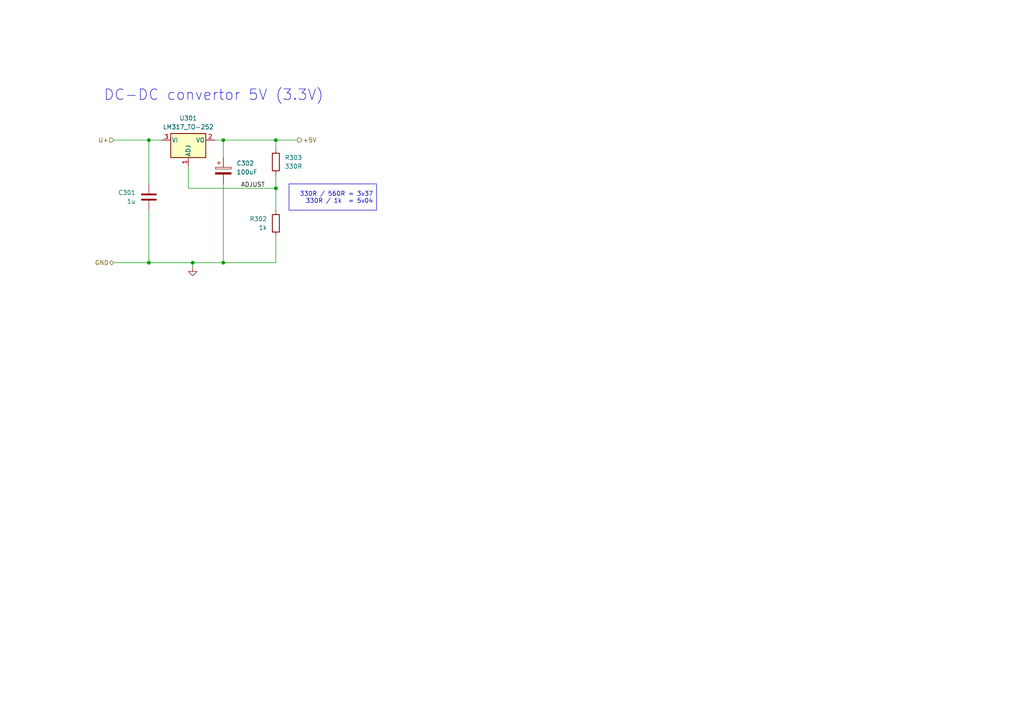
<source format=kicad_sch>
(kicad_sch (version 20231120) (generator "eeschema") (generator_version "8.0")
  (paper "A4")
  (title_block (title "xDuinoRail - LocDecoder - Development Kit") (date "2024-10-09") (rev "v0.2") (company "Chatelain Engineering, Bern - CH"))
  (lib_symbols
    (symbol "Device:C" (pin_numbers hide) (pin_names (offset 0.254))
      (property "Reference" "C" (at 0.635 2.54 0))
      (property "Value" "C" (at 0.635 -2.54 0))
      (symbol "C_0_1"
        (polyline (pts (xy -2.032 -0.762) (xy 2.032 -0.762)) (stroke (width 0.508)))
        (polyline (pts (xy -2.032 0.762) (xy 2.032 0.762)) (stroke (width 0.508)))
      )
      (symbol "C_1_1"
        (pin passive line (at 0 3.81 270) (length 2.794) (name "~") (number "1"))
        (pin passive line (at 0 -3.81 90) (length 2.794) (name "~") (number "2"))
      )
    )
    (symbol "Device:C_Polarized" (pin_numbers hide) (pin_names (offset 0.254))
      (property "Reference" "C" (at 0.635 2.54 0))
      (property "Value" "C_Polarized" (at 0.635 -2.54 0))
      (symbol "C_Polarized_0_1"
        (rectangle (start -2.286 0.508) (end 2.286 1.016))
        (polyline (pts (xy -1.778 2.286) (xy -0.762 2.286)))
        (polyline (pts (xy -1.27 2.794) (xy -1.27 1.778)))
        (rectangle (start 2.286 -0.508) (end -2.286 -1.016) (fill (type outline)))
      )
      (symbol "C_Polarized_1_1"
        (pin passive line (at 0 3.81 270) (length 2.794) (name "~") (number "1"))
        (pin passive line (at 0 -3.81 90) (length 2.794) (name "~") (number "2"))
      )
    )
    (symbol "Device:R" (pin_numbers hide) (pin_names (offset 0))
      (property "Reference" "R" (at 2.032 0 90))
      (property "Value" "R" (at 0 0 90))
      (symbol "R_0_1"
        (rectangle (start -1.016 -2.54) (end 1.016 2.54) (stroke (width 0.254)))
      )
      (symbol "R_1_1"
        (pin passive line (at 0 3.81 270) (length 1.27) (name "~") (number "1"))
        (pin passive line (at 0 -3.81 90) (length 1.27) (name "~") (number "2"))
      )
    )
    (symbol "Regulator_Linear:LM317_TO-252" (pin_names (offset 0.254))
      (property "Reference" "U" (at -3.81 3.175 0))
      (property "Value" "LM317_TO-252" (at 0 3.175 0))
      (symbol "LM317_TO-252_0_1"
        (rectangle (start -5.08 1.905) (end 5.08 -5.08) (stroke (width 0.254)) (fill (type background)))
      )
      (symbol "LM317_TO-252_1_1"
        (pin input line (at 0 -7.62 90) (length 2.54) (name "ADJ") (number "1"))
        (pin power_out line (at 7.62 0 180) (length 2.54) (name "VO") (number "2"))
        (pin power_in line (at -7.62 0 0) (length 2.54) (name "VI") (number "3"))
      )
    )
    (symbol "power:GND" (power) (pin_numbers hide) (pin_names (offset 0) hide)
      (property "Value" "GND" (at 0 -3.81 0))
      (symbol "GND_0_1"
        (polyline (pts (xy 0 0) (xy 0 -1.27) (xy 1.27 -1.27) (xy 0 -2.54) (xy -1.27 -1.27) (xy 0 -1.27)))
      )
      (symbol "GND_1_1"
        (pin power_in line (at 0 0 270) (length 0) (name "~") (number "1"))
      )
    )
  )
  (junction (at 43.18 76.2))
  (junction (at 80.01 40.64))
  (junction (at 43.18 40.64))
  (junction (at 55.88 76.2))
  (junction (at 80.01 54.61))
  (junction (at 64.77 76.2))
  (junction (at 64.77 40.64))
  (wire (pts (xy 43.18 53.34) (xy 43.18 40.64)))
  (wire (pts (xy 43.18 60.96) (xy 43.18 76.2)))
  (wire (pts (xy 64.77 53.34) (xy 64.77 76.2)))
  (wire (pts (xy 80.01 54.61) (xy 80.01 60.96)))
  (wire (pts (xy 80.01 50.8) (xy 80.01 54.61)))
  (wire (pts (xy 64.77 76.2) (xy 80.01 76.2)))
  (wire (pts (xy 33.02 40.64) (xy 43.18 40.64)))
  (wire (pts (xy 54.61 54.61) (xy 80.01 54.61)))
  (wire (pts (xy 55.88 76.2) (xy 64.77 76.2)))
  (wire (pts (xy 64.77 40.64) (xy 80.01 40.64)))
  (wire (pts (xy 55.88 77.47) (xy 55.88 76.2)))
  (wire (pts (xy 54.61 54.61) (xy 54.61 48.26)))
  (wire (pts (xy 80.01 43.18) (xy 80.01 40.64)))
  (wire (pts (xy 80.01 68.58) (xy 80.01 76.2)))
  (wire (pts (xy 64.77 40.64) (xy 64.77 45.72)))
  (wire (pts (xy 43.18 40.64) (xy 46.99 40.64)))
  (wire (pts (xy 43.18 76.2) (xy 55.88 76.2)))
  (wire (pts (xy 33.02 76.2) (xy 43.18 76.2)))
  (wire (pts (xy 80.01 40.64) (xy 86.36 40.64)))
  (wire (pts (xy 62.23 40.64) (xy 64.77 40.64)))
  (text_box "330R / 560R = 3v37\n330R / 1k  = 5v04" (at 83.82 53.34 0) (size 25.4 7.62) (effects (font (size 1.27 1.27)) (justify right)))
  (text "DC-DC convertor 5V (3.3V)\n" (at 61.976 27.686 0) (effects (font (size 3.048 3.048))))
  (label "ADJUST" (at 69.85 54.61 0))
  (hierarchical_label "+5V" (shape output) (at 86.36 40.64 0))
  (hierarchical_label "U+" (shape input) (at 33.02 40.64 180))
  (hierarchical_label "GND" (shape bidirectional) (at 33.02 76.2 180))
  (symbol (lib_id "Regulator_Linear:LM317_TO-252") (at 54.61 40.64 0) (unit 1)
    (property "Reference" "U301" (at 54.61 34.29 0))
    (property "Value" "LM317_TO-252" (at 54.61 36.83 0))
    (property "Footprint" "Package_TO_SOT_SMD:TO-252-2" (effects (hide yes)))
    (property "Datasheet" "http://www.ti.com/lit/ds/snvs774n/snvs774n.pdf" (effects (hide yes)))
    (property "Description" "1.5A 35V Adjustable Linear Regulator, TO-252" (effects (hide yes)))
    (property "OLI_ID" "LM317AG_DPACK" (effects (hide yes)))
    (property "Sim.Library" "__ltspice\\LM317.lib" (effects (hide yes)))
    (property "Sim.Name" "LM317" (effects (hide yes)))
    (property "Sim.Device" "SUBCKT" (effects (hide yes)))
    (property "Sim.Pins" "3=IN 1=ADJ 2=OUT_0" (effects (hide yes)))
  )
  (symbol (lib_id "Device:C") (at 43.18 57.15 0) (mirror y) (unit 1)
    (property "Reference" "C301" (at 39.37 55.88 0) (effects (justify left)))
    (property "Value" "1u" (at 39.37 58.42 0) (effects (justify left)))
    (property "Footprint" "Capacitor_SMD:C_0603_1608Metric_Pad1.08x0.95mm_HandSolder" (effects (hide yes)))
    (property "Description" "Unpolarized capacitor" (effects (hide yes)))
    (property "Sim.Device" "C" (effects (hide yes)))
    (property "Sim.Pins" "1=+ 2=-" (effects (hide yes)))
    (property "OLI_ID" "1uF_0402" (effects (hide yes)))
  )
  (symbol (lib_id "Device:R") (at 80.01 46.99 0) (unit 1)
    (property "Reference" "R303" (at 82.55 45.7199 0) (effects (justify left)))
    (property "Value" "330R" (at 82.55 48.2599 0) (effects (justify left)))
    (property "Footprint" "Resistor_SMD:R_0805_2012Metric_Pad1.20x1.40mm_HandSolder" (effects (hide yes)))
    (property "Description" "Resistor" (effects (hide yes)))
    (property "OLI_ID" "330R_0805" (effects (hide yes)))
  )
  (symbol (lib_id "Device:R") (at 80.01 64.77 0) (mirror x) (unit 1)
    (property "Reference" "R302" (at 77.47 63.4999 0) (effects (justify right)))
    (property "Value" "1k" (at 77.47 66.0399 0) (effects (justify right)))
    (property "Footprint" "Resistor_SMD:R_0805_2012Metric_Pad1.20x1.40mm_HandSolder" (effects (hide yes)))
    (property "Description" "Resistor" (effects (hide yes)))
    (property "OLI_ID" "1k_0805" (effects (hide yes)))
  )
  (symbol (lib_id "Device:C_Polarized") (at 64.77 49.53 0) (unit 1)
    (property "Reference" "C302" (at 68.58 47.3709 0) (effects (justify left)))
    (property "Value" "100uF" (at 68.58 49.9109 0) (effects (justify left)))
    (property "Footprint" "Capacitor_SMD:C_1206_3216Metric_Pad1.33x1.80mm_HandSolder" (effects (hide yes)))
    (property "Description" "Polarized capacitor" (effects (hide yes)))
    (property "Sim.Device" "C" (effects (hide yes)))
    (property "Sim.Pins" "1=+ 2=-" (effects (hide yes)))
    (property "OLI_ID" "100uf_1206" (effects (hide yes)))
  )
  (symbol (lib_id "power:GND") (at 55.88 77.47 0) (unit 1)
    (property "Reference" "#PWR0101" (effects (hide yes)))
    (property "Value" "GND" (effects (hide yes)))
    (property "Description" "Power symbol creates a global label with name \"GND\" , ground" (effects (hide yes)))
  )
)
</source>
